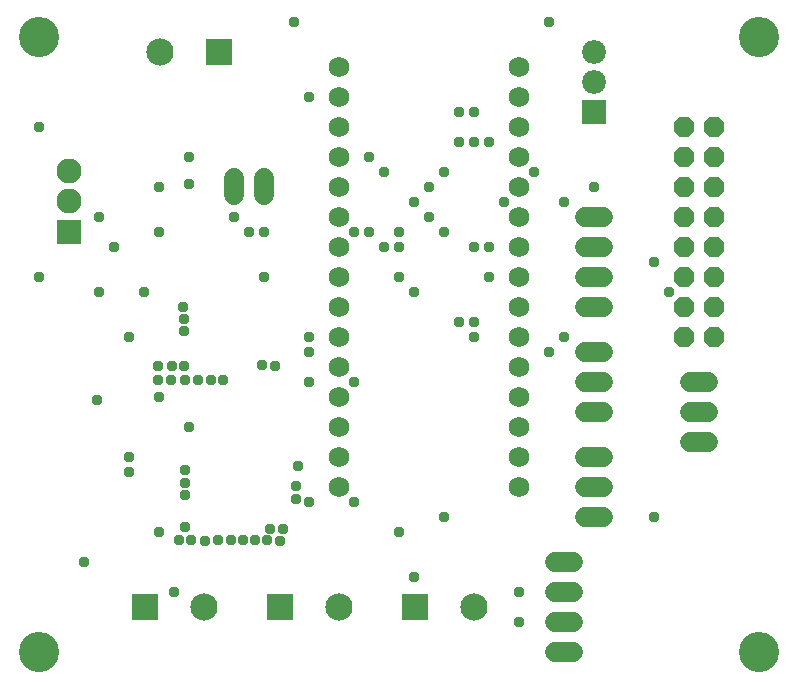
<source format=gbr>
G04 EAGLE Gerber RS-274X export*
G75*
%MOMM*%
%FSLAX34Y34*%
%LPD*%
%INSoldermask Bottom*%
%IPPOS*%
%AMOC8*
5,1,8,0,0,1.08239X$1,22.5*%
G01*
%ADD10R,2.303200X2.303200*%
%ADD11C,2.303200*%
%ADD12C,3.403200*%
%ADD13P,1.869504X8X112.500000*%
%ADD14C,1.711200*%
%ADD15C,1.727200*%
%ADD16R,2.018200X2.018200*%
%ADD17C,2.018200*%
%ADD18R,2.113200X2.113200*%
%ADD19C,2.113200*%
%ADD20C,0.959600*%


D10*
X177400Y952500D03*
D11*
X127400Y952500D03*
D10*
X343300Y482600D03*
D11*
X393300Y482600D03*
D12*
X25400Y444500D03*
X635000Y965200D03*
X635000Y444500D03*
X25400Y965200D03*
D13*
X596900Y711200D03*
X596900Y736600D03*
X596900Y762000D03*
X596900Y787400D03*
X596900Y812800D03*
X596900Y838200D03*
X571500Y711200D03*
X571500Y736600D03*
X571500Y762000D03*
X571500Y787400D03*
X571500Y812800D03*
X571500Y838200D03*
X596900Y863600D03*
X596900Y889000D03*
X571500Y863600D03*
X571500Y889000D03*
D14*
X502840Y736600D02*
X487760Y736600D01*
X487760Y762000D02*
X502840Y762000D01*
X502840Y787400D02*
X487760Y787400D01*
X487760Y812800D02*
X502840Y812800D01*
D15*
X431800Y762000D03*
X431800Y736600D03*
X431800Y711200D03*
X431800Y685800D03*
X431800Y660400D03*
X431800Y635000D03*
X431800Y787400D03*
X431800Y812800D03*
X431800Y838200D03*
X431800Y863600D03*
X431800Y889000D03*
X431800Y914400D03*
X431800Y939800D03*
X431800Y609600D03*
X431800Y584200D03*
X279400Y762000D03*
X279400Y787400D03*
X279400Y812800D03*
X279400Y838200D03*
X279400Y863600D03*
X279400Y889000D03*
X279400Y736600D03*
X279400Y711200D03*
X279400Y685800D03*
X279400Y660400D03*
X279400Y635000D03*
X279400Y609600D03*
X279400Y584200D03*
X279400Y914400D03*
X279400Y939800D03*
D10*
X114700Y482600D03*
D11*
X164700Y482600D03*
D10*
X229000Y482600D03*
D11*
X279000Y482600D03*
D16*
X495300Y901700D03*
D17*
X495300Y927100D03*
X495300Y952500D03*
D14*
X576660Y622300D02*
X591740Y622300D01*
X591740Y647700D02*
X576660Y647700D01*
X576660Y673100D02*
X591740Y673100D01*
X502840Y558800D02*
X487760Y558800D01*
X487760Y584200D02*
X502840Y584200D01*
X502840Y609600D02*
X487760Y609600D01*
X487760Y647700D02*
X502840Y647700D01*
X502840Y673100D02*
X487760Y673100D01*
X487760Y698500D02*
X502840Y698500D01*
X477440Y444500D02*
X462360Y444500D01*
X462360Y469900D02*
X477440Y469900D01*
X477440Y495300D02*
X462360Y495300D01*
X462360Y520700D02*
X477440Y520700D01*
D18*
X50800Y800100D03*
D19*
X50800Y825600D03*
X50800Y851100D03*
D14*
X190500Y845740D02*
X190500Y830660D01*
X215900Y830660D02*
X215900Y845740D01*
D20*
X88900Y787400D03*
X190500Y812800D03*
X139700Y495300D03*
X76200Y812800D03*
X74422Y657098D03*
X25400Y762000D03*
X244602Y601472D03*
X25400Y889000D03*
X127000Y838200D03*
X368300Y558800D03*
X101600Y609600D03*
X317500Y787400D03*
X254000Y698500D03*
X254000Y571500D03*
X215900Y800100D03*
X215900Y762000D03*
X101600Y711200D03*
X127000Y800100D03*
X393700Y711200D03*
X127000Y660400D03*
X127000Y546100D03*
X254000Y673100D03*
X292100Y673100D03*
X152400Y635000D03*
X101600Y596900D03*
X63500Y520700D03*
X114300Y749300D03*
X330200Y787400D03*
X152400Y863600D03*
X203200Y800100D03*
X152400Y840486D03*
X406400Y762000D03*
X381000Y723900D03*
X546100Y558800D03*
X457200Y977900D03*
X406400Y876300D03*
X444500Y850900D03*
X469900Y825500D03*
X304800Y800100D03*
X342900Y825500D03*
X317500Y850900D03*
X393700Y723900D03*
X469900Y711200D03*
X495300Y838200D03*
X457200Y698500D03*
X292100Y571500D03*
X241300Y977900D03*
X254000Y914400D03*
X292100Y800100D03*
X254000Y711200D03*
X393700Y901700D03*
X393700Y876300D03*
X368300Y850900D03*
X406400Y787400D03*
X342900Y749300D03*
X342900Y508000D03*
X431800Y469900D03*
X381000Y901700D03*
X381000Y876300D03*
X355600Y838200D03*
X393700Y787400D03*
X330200Y762000D03*
X330200Y546100D03*
X431800Y495300D03*
X546100Y774700D03*
X419100Y825500D03*
X368300Y800100D03*
X355600Y812800D03*
X330200Y800100D03*
X304800Y863600D03*
X558800Y749300D03*
X76200Y749300D03*
X147574Y736092D03*
X147701Y725678D03*
X148082Y715518D03*
X214503Y686816D03*
X225171Y686435D03*
X147828Y686562D03*
X137541Y686562D03*
X125984Y686181D03*
X148717Y598297D03*
X148971Y587375D03*
X148971Y576961D03*
X149225Y549656D03*
X143510Y538861D03*
X153797Y538861D03*
X165481Y538353D03*
X176911Y538607D03*
X187579Y538861D03*
X197739Y538607D03*
X208026Y538607D03*
X218440Y538607D03*
X229362Y538099D03*
X231648Y548386D03*
X221107Y548640D03*
X126238Y674370D03*
X137414Y674243D03*
X148590Y674497D03*
X160020Y674751D03*
X170815Y674751D03*
X181356Y674751D03*
X243078Y584454D03*
X243078Y573913D03*
M02*

</source>
